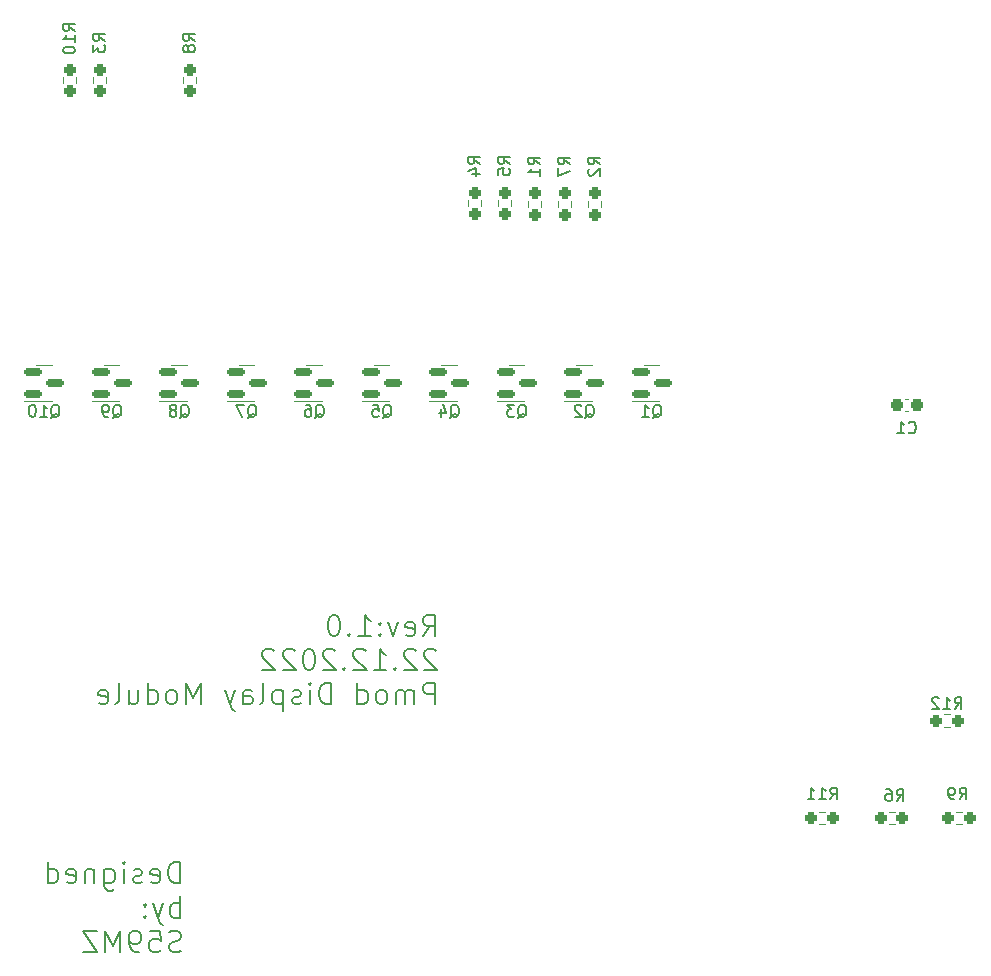
<source format=gbo>
G04 #@! TF.GenerationSoftware,KiCad,Pcbnew,6.0.9-8da3e8f707~116~ubuntu20.04.1*
G04 #@! TF.CreationDate,2022-12-22T22:59:07+01:00*
G04 #@! TF.ProjectId,display_10dig,64697370-6c61-4795-9f31-306469672e6b,rev?*
G04 #@! TF.SameCoordinates,Original*
G04 #@! TF.FileFunction,Legend,Bot*
G04 #@! TF.FilePolarity,Positive*
%FSLAX46Y46*%
G04 Gerber Fmt 4.6, Leading zero omitted, Abs format (unit mm)*
G04 Created by KiCad (PCBNEW 6.0.9-8da3e8f707~116~ubuntu20.04.1) date 2022-12-22 22:59:07*
%MOMM*%
%LPD*%
G01*
G04 APERTURE LIST*
G04 Aperture macros list*
%AMRoundRect*
0 Rectangle with rounded corners*
0 $1 Rounding radius*
0 $2 $3 $4 $5 $6 $7 $8 $9 X,Y pos of 4 corners*
0 Add a 4 corners polygon primitive as box body*
4,1,4,$2,$3,$4,$5,$6,$7,$8,$9,$2,$3,0*
0 Add four circle primitives for the rounded corners*
1,1,$1+$1,$2,$3*
1,1,$1+$1,$4,$5*
1,1,$1+$1,$6,$7*
1,1,$1+$1,$8,$9*
0 Add four rect primitives between the rounded corners*
20,1,$1+$1,$2,$3,$4,$5,0*
20,1,$1+$1,$4,$5,$6,$7,0*
20,1,$1+$1,$6,$7,$8,$9,0*
20,1,$1+$1,$8,$9,$2,$3,0*%
G04 Aperture macros list end*
%ADD10C,0.150000*%
%ADD11C,0.120000*%
%ADD12R,2.000000X2.000000*%
%ADD13C,2.000000*%
%ADD14R,3.200000X2.000000*%
%ADD15R,1.700000X1.700000*%
%ADD16O,1.700000X1.700000*%
%ADD17C,2.700000*%
%ADD18R,1.500000X1.700000*%
%ADD19C,1.700000*%
%ADD20R,2.400000X1.600000*%
%ADD21O,2.400000X1.600000*%
%ADD22C,1.800000*%
%ADD23R,1.800000X1.800000*%
%ADD24C,2.500000*%
%ADD25RoundRect,0.237500X0.300000X0.237500X-0.300000X0.237500X-0.300000X-0.237500X0.300000X-0.237500X0*%
%ADD26RoundRect,0.150000X-0.587500X-0.150000X0.587500X-0.150000X0.587500X0.150000X-0.587500X0.150000X0*%
%ADD27RoundRect,0.237500X0.237500X-0.250000X0.237500X0.250000X-0.237500X0.250000X-0.237500X-0.250000X0*%
%ADD28RoundRect,0.237500X-0.250000X-0.237500X0.250000X-0.237500X0.250000X0.237500X-0.250000X0.237500X0*%
%ADD29RoundRect,0.237500X0.250000X0.237500X-0.250000X0.237500X-0.250000X-0.237500X0.250000X-0.237500X0*%
G04 APERTURE END LIST*
D10*
X107030357Y-102691285D02*
X107630357Y-101834142D01*
X108058928Y-102691285D02*
X108058928Y-100891285D01*
X107373214Y-100891285D01*
X107201785Y-100977000D01*
X107116071Y-101062714D01*
X107030357Y-101234142D01*
X107030357Y-101491285D01*
X107116071Y-101662714D01*
X107201785Y-101748428D01*
X107373214Y-101834142D01*
X108058928Y-101834142D01*
X105573214Y-102605571D02*
X105744642Y-102691285D01*
X106087500Y-102691285D01*
X106258928Y-102605571D01*
X106344642Y-102434142D01*
X106344642Y-101748428D01*
X106258928Y-101577000D01*
X106087500Y-101491285D01*
X105744642Y-101491285D01*
X105573214Y-101577000D01*
X105487500Y-101748428D01*
X105487500Y-101919857D01*
X106344642Y-102091285D01*
X104887500Y-101491285D02*
X104458928Y-102691285D01*
X104030357Y-101491285D01*
X103344642Y-102519857D02*
X103258928Y-102605571D01*
X103344642Y-102691285D01*
X103430357Y-102605571D01*
X103344642Y-102519857D01*
X103344642Y-102691285D01*
X103344642Y-101577000D02*
X103258928Y-101662714D01*
X103344642Y-101748428D01*
X103430357Y-101662714D01*
X103344642Y-101577000D01*
X103344642Y-101748428D01*
X101544642Y-102691285D02*
X102573214Y-102691285D01*
X102058928Y-102691285D02*
X102058928Y-100891285D01*
X102230357Y-101148428D01*
X102401785Y-101319857D01*
X102573214Y-101405571D01*
X100773214Y-102519857D02*
X100687499Y-102605571D01*
X100773214Y-102691285D01*
X100858928Y-102605571D01*
X100773214Y-102519857D01*
X100773214Y-102691285D01*
X99573214Y-100891285D02*
X99401785Y-100891285D01*
X99230357Y-100977000D01*
X99144642Y-101062714D01*
X99058928Y-101234142D01*
X98973214Y-101577000D01*
X98973214Y-102005571D01*
X99058928Y-102348428D01*
X99144642Y-102519857D01*
X99230357Y-102605571D01*
X99401785Y-102691285D01*
X99573214Y-102691285D01*
X99744642Y-102605571D01*
X99830357Y-102519857D01*
X99916071Y-102348428D01*
X100001785Y-102005571D01*
X100001785Y-101577000D01*
X99916071Y-101234142D01*
X99830357Y-101062714D01*
X99744642Y-100977000D01*
X99573214Y-100891285D01*
X108144642Y-103960714D02*
X108058928Y-103875000D01*
X107887500Y-103789285D01*
X107458928Y-103789285D01*
X107287500Y-103875000D01*
X107201785Y-103960714D01*
X107116071Y-104132142D01*
X107116071Y-104303571D01*
X107201785Y-104560714D01*
X108230357Y-105589285D01*
X107116071Y-105589285D01*
X106430357Y-103960714D02*
X106344642Y-103875000D01*
X106173214Y-103789285D01*
X105744642Y-103789285D01*
X105573214Y-103875000D01*
X105487500Y-103960714D01*
X105401785Y-104132142D01*
X105401785Y-104303571D01*
X105487500Y-104560714D01*
X106516071Y-105589285D01*
X105401785Y-105589285D01*
X104630357Y-105417857D02*
X104544642Y-105503571D01*
X104630357Y-105589285D01*
X104716071Y-105503571D01*
X104630357Y-105417857D01*
X104630357Y-105589285D01*
X102830357Y-105589285D02*
X103858928Y-105589285D01*
X103344642Y-105589285D02*
X103344642Y-103789285D01*
X103516071Y-104046428D01*
X103687500Y-104217857D01*
X103858928Y-104303571D01*
X102144642Y-103960714D02*
X102058928Y-103875000D01*
X101887500Y-103789285D01*
X101458928Y-103789285D01*
X101287500Y-103875000D01*
X101201785Y-103960714D01*
X101116071Y-104132142D01*
X101116071Y-104303571D01*
X101201785Y-104560714D01*
X102230357Y-105589285D01*
X101116071Y-105589285D01*
X100344642Y-105417857D02*
X100258928Y-105503571D01*
X100344642Y-105589285D01*
X100430357Y-105503571D01*
X100344642Y-105417857D01*
X100344642Y-105589285D01*
X99573214Y-103960714D02*
X99487500Y-103875000D01*
X99316071Y-103789285D01*
X98887500Y-103789285D01*
X98716071Y-103875000D01*
X98630357Y-103960714D01*
X98544642Y-104132142D01*
X98544642Y-104303571D01*
X98630357Y-104560714D01*
X99658928Y-105589285D01*
X98544642Y-105589285D01*
X97430357Y-103789285D02*
X97258928Y-103789285D01*
X97087500Y-103875000D01*
X97001785Y-103960714D01*
X96916071Y-104132142D01*
X96830357Y-104475000D01*
X96830357Y-104903571D01*
X96916071Y-105246428D01*
X97001785Y-105417857D01*
X97087500Y-105503571D01*
X97258928Y-105589285D01*
X97430357Y-105589285D01*
X97601785Y-105503571D01*
X97687500Y-105417857D01*
X97773214Y-105246428D01*
X97858928Y-104903571D01*
X97858928Y-104475000D01*
X97773214Y-104132142D01*
X97687500Y-103960714D01*
X97601785Y-103875000D01*
X97430357Y-103789285D01*
X96144642Y-103960714D02*
X96058928Y-103875000D01*
X95887500Y-103789285D01*
X95458928Y-103789285D01*
X95287500Y-103875000D01*
X95201785Y-103960714D01*
X95116071Y-104132142D01*
X95116071Y-104303571D01*
X95201785Y-104560714D01*
X96230357Y-105589285D01*
X95116071Y-105589285D01*
X94430357Y-103960714D02*
X94344642Y-103875000D01*
X94173214Y-103789285D01*
X93744642Y-103789285D01*
X93573214Y-103875000D01*
X93487500Y-103960714D01*
X93401785Y-104132142D01*
X93401785Y-104303571D01*
X93487500Y-104560714D01*
X94516071Y-105589285D01*
X93401785Y-105589285D01*
X108058928Y-108487285D02*
X108058928Y-106687285D01*
X107373214Y-106687285D01*
X107201785Y-106773000D01*
X107116071Y-106858714D01*
X107030357Y-107030142D01*
X107030357Y-107287285D01*
X107116071Y-107458714D01*
X107201785Y-107544428D01*
X107373214Y-107630142D01*
X108058928Y-107630142D01*
X106258928Y-108487285D02*
X106258928Y-107287285D01*
X106258928Y-107458714D02*
X106173214Y-107373000D01*
X106001785Y-107287285D01*
X105744642Y-107287285D01*
X105573214Y-107373000D01*
X105487500Y-107544428D01*
X105487500Y-108487285D01*
X105487500Y-107544428D02*
X105401785Y-107373000D01*
X105230357Y-107287285D01*
X104973214Y-107287285D01*
X104801785Y-107373000D01*
X104716071Y-107544428D01*
X104716071Y-108487285D01*
X103601785Y-108487285D02*
X103773214Y-108401571D01*
X103858928Y-108315857D01*
X103944642Y-108144428D01*
X103944642Y-107630142D01*
X103858928Y-107458714D01*
X103773214Y-107373000D01*
X103601785Y-107287285D01*
X103344642Y-107287285D01*
X103173214Y-107373000D01*
X103087500Y-107458714D01*
X103001785Y-107630142D01*
X103001785Y-108144428D01*
X103087500Y-108315857D01*
X103173214Y-108401571D01*
X103344642Y-108487285D01*
X103601785Y-108487285D01*
X101458928Y-108487285D02*
X101458928Y-106687285D01*
X101458928Y-108401571D02*
X101630357Y-108487285D01*
X101973214Y-108487285D01*
X102144642Y-108401571D01*
X102230357Y-108315857D01*
X102316071Y-108144428D01*
X102316071Y-107630142D01*
X102230357Y-107458714D01*
X102144642Y-107373000D01*
X101973214Y-107287285D01*
X101630357Y-107287285D01*
X101458928Y-107373000D01*
X99230357Y-108487285D02*
X99230357Y-106687285D01*
X98801785Y-106687285D01*
X98544642Y-106773000D01*
X98373214Y-106944428D01*
X98287500Y-107115857D01*
X98201785Y-107458714D01*
X98201785Y-107715857D01*
X98287500Y-108058714D01*
X98373214Y-108230142D01*
X98544642Y-108401571D01*
X98801785Y-108487285D01*
X99230357Y-108487285D01*
X97430357Y-108487285D02*
X97430357Y-107287285D01*
X97430357Y-106687285D02*
X97516071Y-106773000D01*
X97430357Y-106858714D01*
X97344642Y-106773000D01*
X97430357Y-106687285D01*
X97430357Y-106858714D01*
X96658928Y-108401571D02*
X96487500Y-108487285D01*
X96144642Y-108487285D01*
X95973214Y-108401571D01*
X95887500Y-108230142D01*
X95887500Y-108144428D01*
X95973214Y-107973000D01*
X96144642Y-107887285D01*
X96401785Y-107887285D01*
X96573214Y-107801571D01*
X96658928Y-107630142D01*
X96658928Y-107544428D01*
X96573214Y-107373000D01*
X96401785Y-107287285D01*
X96144642Y-107287285D01*
X95973214Y-107373000D01*
X95116071Y-107287285D02*
X95116071Y-109087285D01*
X95116071Y-107373000D02*
X94944642Y-107287285D01*
X94601785Y-107287285D01*
X94430357Y-107373000D01*
X94344642Y-107458714D01*
X94258928Y-107630142D01*
X94258928Y-108144428D01*
X94344642Y-108315857D01*
X94430357Y-108401571D01*
X94601785Y-108487285D01*
X94944642Y-108487285D01*
X95116071Y-108401571D01*
X93230357Y-108487285D02*
X93401785Y-108401571D01*
X93487500Y-108230142D01*
X93487500Y-106687285D01*
X91773214Y-108487285D02*
X91773214Y-107544428D01*
X91858928Y-107373000D01*
X92030357Y-107287285D01*
X92373214Y-107287285D01*
X92544642Y-107373000D01*
X91773214Y-108401571D02*
X91944642Y-108487285D01*
X92373214Y-108487285D01*
X92544642Y-108401571D01*
X92630357Y-108230142D01*
X92630357Y-108058714D01*
X92544642Y-107887285D01*
X92373214Y-107801571D01*
X91944642Y-107801571D01*
X91773214Y-107715857D01*
X91087500Y-107287285D02*
X90658928Y-108487285D01*
X90230357Y-107287285D02*
X90658928Y-108487285D01*
X90830357Y-108915857D01*
X90916071Y-109001571D01*
X91087500Y-109087285D01*
X88173214Y-108487285D02*
X88173214Y-106687285D01*
X87573214Y-107973000D01*
X86973214Y-106687285D01*
X86973214Y-108487285D01*
X85858928Y-108487285D02*
X86030357Y-108401571D01*
X86116071Y-108315857D01*
X86201785Y-108144428D01*
X86201785Y-107630142D01*
X86116071Y-107458714D01*
X86030357Y-107373000D01*
X85858928Y-107287285D01*
X85601785Y-107287285D01*
X85430357Y-107373000D01*
X85344642Y-107458714D01*
X85258928Y-107630142D01*
X85258928Y-108144428D01*
X85344642Y-108315857D01*
X85430357Y-108401571D01*
X85601785Y-108487285D01*
X85858928Y-108487285D01*
X83716071Y-108487285D02*
X83716071Y-106687285D01*
X83716071Y-108401571D02*
X83887500Y-108487285D01*
X84230357Y-108487285D01*
X84401785Y-108401571D01*
X84487500Y-108315857D01*
X84573214Y-108144428D01*
X84573214Y-107630142D01*
X84487500Y-107458714D01*
X84401785Y-107373000D01*
X84230357Y-107287285D01*
X83887500Y-107287285D01*
X83716071Y-107373000D01*
X82087500Y-107287285D02*
X82087500Y-108487285D01*
X82858928Y-107287285D02*
X82858928Y-108230142D01*
X82773214Y-108401571D01*
X82601785Y-108487285D01*
X82344642Y-108487285D01*
X82173214Y-108401571D01*
X82087500Y-108315857D01*
X80973214Y-108487285D02*
X81144642Y-108401571D01*
X81230357Y-108230142D01*
X81230357Y-106687285D01*
X79601785Y-108401571D02*
X79773214Y-108487285D01*
X80116071Y-108487285D01*
X80287500Y-108401571D01*
X80373214Y-108230142D01*
X80373214Y-107544428D01*
X80287500Y-107373000D01*
X80116071Y-107287285D01*
X79773214Y-107287285D01*
X79601785Y-107373000D01*
X79516071Y-107544428D01*
X79516071Y-107715857D01*
X80373214Y-107887285D01*
X86468928Y-123646285D02*
X86468928Y-121846285D01*
X86040357Y-121846285D01*
X85783214Y-121932000D01*
X85611785Y-122103428D01*
X85526071Y-122274857D01*
X85440357Y-122617714D01*
X85440357Y-122874857D01*
X85526071Y-123217714D01*
X85611785Y-123389142D01*
X85783214Y-123560571D01*
X86040357Y-123646285D01*
X86468928Y-123646285D01*
X83983214Y-123560571D02*
X84154642Y-123646285D01*
X84497500Y-123646285D01*
X84668928Y-123560571D01*
X84754642Y-123389142D01*
X84754642Y-122703428D01*
X84668928Y-122532000D01*
X84497500Y-122446285D01*
X84154642Y-122446285D01*
X83983214Y-122532000D01*
X83897500Y-122703428D01*
X83897500Y-122874857D01*
X84754642Y-123046285D01*
X83211785Y-123560571D02*
X83040357Y-123646285D01*
X82697500Y-123646285D01*
X82526071Y-123560571D01*
X82440357Y-123389142D01*
X82440357Y-123303428D01*
X82526071Y-123132000D01*
X82697500Y-123046285D01*
X82954642Y-123046285D01*
X83126071Y-122960571D01*
X83211785Y-122789142D01*
X83211785Y-122703428D01*
X83126071Y-122532000D01*
X82954642Y-122446285D01*
X82697500Y-122446285D01*
X82526071Y-122532000D01*
X81668928Y-123646285D02*
X81668928Y-122446285D01*
X81668928Y-121846285D02*
X81754642Y-121932000D01*
X81668928Y-122017714D01*
X81583214Y-121932000D01*
X81668928Y-121846285D01*
X81668928Y-122017714D01*
X80040357Y-122446285D02*
X80040357Y-123903428D01*
X80126071Y-124074857D01*
X80211785Y-124160571D01*
X80383214Y-124246285D01*
X80640357Y-124246285D01*
X80811785Y-124160571D01*
X80040357Y-123560571D02*
X80211785Y-123646285D01*
X80554642Y-123646285D01*
X80726071Y-123560571D01*
X80811785Y-123474857D01*
X80897500Y-123303428D01*
X80897500Y-122789142D01*
X80811785Y-122617714D01*
X80726071Y-122532000D01*
X80554642Y-122446285D01*
X80211785Y-122446285D01*
X80040357Y-122532000D01*
X79183214Y-122446285D02*
X79183214Y-123646285D01*
X79183214Y-122617714D02*
X79097500Y-122532000D01*
X78926071Y-122446285D01*
X78668928Y-122446285D01*
X78497500Y-122532000D01*
X78411785Y-122703428D01*
X78411785Y-123646285D01*
X76868928Y-123560571D02*
X77040357Y-123646285D01*
X77383214Y-123646285D01*
X77554642Y-123560571D01*
X77640357Y-123389142D01*
X77640357Y-122703428D01*
X77554642Y-122532000D01*
X77383214Y-122446285D01*
X77040357Y-122446285D01*
X76868928Y-122532000D01*
X76783214Y-122703428D01*
X76783214Y-122874857D01*
X77640357Y-123046285D01*
X75240357Y-123646285D02*
X75240357Y-121846285D01*
X75240357Y-123560571D02*
X75411785Y-123646285D01*
X75754642Y-123646285D01*
X75926071Y-123560571D01*
X76011785Y-123474857D01*
X76097500Y-123303428D01*
X76097500Y-122789142D01*
X76011785Y-122617714D01*
X75926071Y-122532000D01*
X75754642Y-122446285D01*
X75411785Y-122446285D01*
X75240357Y-122532000D01*
X86468928Y-126544285D02*
X86468928Y-124744285D01*
X86468928Y-125430000D02*
X86297500Y-125344285D01*
X85954642Y-125344285D01*
X85783214Y-125430000D01*
X85697500Y-125515714D01*
X85611785Y-125687142D01*
X85611785Y-126201428D01*
X85697500Y-126372857D01*
X85783214Y-126458571D01*
X85954642Y-126544285D01*
X86297500Y-126544285D01*
X86468928Y-126458571D01*
X85011785Y-125344285D02*
X84583214Y-126544285D01*
X84154642Y-125344285D02*
X84583214Y-126544285D01*
X84754642Y-126972857D01*
X84840357Y-127058571D01*
X85011785Y-127144285D01*
X83468928Y-126372857D02*
X83383214Y-126458571D01*
X83468928Y-126544285D01*
X83554642Y-126458571D01*
X83468928Y-126372857D01*
X83468928Y-126544285D01*
X83468928Y-125430000D02*
X83383214Y-125515714D01*
X83468928Y-125601428D01*
X83554642Y-125515714D01*
X83468928Y-125430000D01*
X83468928Y-125601428D01*
X86554642Y-129356571D02*
X86297500Y-129442285D01*
X85868928Y-129442285D01*
X85697500Y-129356571D01*
X85611785Y-129270857D01*
X85526071Y-129099428D01*
X85526071Y-128928000D01*
X85611785Y-128756571D01*
X85697500Y-128670857D01*
X85868928Y-128585142D01*
X86211785Y-128499428D01*
X86383214Y-128413714D01*
X86468928Y-128328000D01*
X86554642Y-128156571D01*
X86554642Y-127985142D01*
X86468928Y-127813714D01*
X86383214Y-127728000D01*
X86211785Y-127642285D01*
X85783214Y-127642285D01*
X85526071Y-127728000D01*
X83897500Y-127642285D02*
X84754642Y-127642285D01*
X84840357Y-128499428D01*
X84754642Y-128413714D01*
X84583214Y-128328000D01*
X84154642Y-128328000D01*
X83983214Y-128413714D01*
X83897500Y-128499428D01*
X83811785Y-128670857D01*
X83811785Y-129099428D01*
X83897500Y-129270857D01*
X83983214Y-129356571D01*
X84154642Y-129442285D01*
X84583214Y-129442285D01*
X84754642Y-129356571D01*
X84840357Y-129270857D01*
X82954642Y-129442285D02*
X82611785Y-129442285D01*
X82440357Y-129356571D01*
X82354642Y-129270857D01*
X82183214Y-129013714D01*
X82097500Y-128670857D01*
X82097500Y-127985142D01*
X82183214Y-127813714D01*
X82268928Y-127728000D01*
X82440357Y-127642285D01*
X82783214Y-127642285D01*
X82954642Y-127728000D01*
X83040357Y-127813714D01*
X83126071Y-127985142D01*
X83126071Y-128413714D01*
X83040357Y-128585142D01*
X82954642Y-128670857D01*
X82783214Y-128756571D01*
X82440357Y-128756571D01*
X82268928Y-128670857D01*
X82183214Y-128585142D01*
X82097500Y-128413714D01*
X81326071Y-129442285D02*
X81326071Y-127642285D01*
X80726071Y-128928000D01*
X80126071Y-127642285D01*
X80126071Y-129442285D01*
X79440357Y-127642285D02*
X78240357Y-127642285D01*
X79440357Y-129442285D01*
X78240357Y-129442285D01*
X148121666Y-85447142D02*
X148169285Y-85494761D01*
X148312142Y-85542380D01*
X148407380Y-85542380D01*
X148550238Y-85494761D01*
X148645476Y-85399523D01*
X148693095Y-85304285D01*
X148740714Y-85113809D01*
X148740714Y-84970952D01*
X148693095Y-84780476D01*
X148645476Y-84685238D01*
X148550238Y-84590000D01*
X148407380Y-84542380D01*
X148312142Y-84542380D01*
X148169285Y-84590000D01*
X148121666Y-84637619D01*
X147169285Y-85542380D02*
X147740714Y-85542380D01*
X147455000Y-85542380D02*
X147455000Y-84542380D01*
X147550238Y-84685238D01*
X147645476Y-84780476D01*
X147740714Y-84828095D01*
X115030238Y-84227619D02*
X115125476Y-84180000D01*
X115220714Y-84084761D01*
X115363571Y-83941904D01*
X115458809Y-83894285D01*
X115554047Y-83894285D01*
X115506428Y-84132380D02*
X115601666Y-84084761D01*
X115696904Y-83989523D01*
X115744523Y-83799047D01*
X115744523Y-83465714D01*
X115696904Y-83275238D01*
X115601666Y-83180000D01*
X115506428Y-83132380D01*
X115315952Y-83132380D01*
X115220714Y-83180000D01*
X115125476Y-83275238D01*
X115077857Y-83465714D01*
X115077857Y-83799047D01*
X115125476Y-83989523D01*
X115220714Y-84084761D01*
X115315952Y-84132380D01*
X115506428Y-84132380D01*
X114744523Y-83132380D02*
X114125476Y-83132380D01*
X114458809Y-83513333D01*
X114315952Y-83513333D01*
X114220714Y-83560952D01*
X114173095Y-83608571D01*
X114125476Y-83703809D01*
X114125476Y-83941904D01*
X114173095Y-84037142D01*
X114220714Y-84084761D01*
X114315952Y-84132380D01*
X114601666Y-84132380D01*
X114696904Y-84084761D01*
X114744523Y-84037142D01*
X80740238Y-84227619D02*
X80835476Y-84180000D01*
X80930714Y-84084761D01*
X81073571Y-83941904D01*
X81168809Y-83894285D01*
X81264047Y-83894285D01*
X81216428Y-84132380D02*
X81311666Y-84084761D01*
X81406904Y-83989523D01*
X81454523Y-83799047D01*
X81454523Y-83465714D01*
X81406904Y-83275238D01*
X81311666Y-83180000D01*
X81216428Y-83132380D01*
X81025952Y-83132380D01*
X80930714Y-83180000D01*
X80835476Y-83275238D01*
X80787857Y-83465714D01*
X80787857Y-83799047D01*
X80835476Y-83989523D01*
X80930714Y-84084761D01*
X81025952Y-84132380D01*
X81216428Y-84132380D01*
X80311666Y-84132380D02*
X80121190Y-84132380D01*
X80025952Y-84084761D01*
X79978333Y-84037142D01*
X79883095Y-83894285D01*
X79835476Y-83703809D01*
X79835476Y-83322857D01*
X79883095Y-83227619D01*
X79930714Y-83180000D01*
X80025952Y-83132380D01*
X80216428Y-83132380D01*
X80311666Y-83180000D01*
X80359285Y-83227619D01*
X80406904Y-83322857D01*
X80406904Y-83560952D01*
X80359285Y-83656190D01*
X80311666Y-83703809D01*
X80216428Y-83751428D01*
X80025952Y-83751428D01*
X79930714Y-83703809D01*
X79883095Y-83656190D01*
X79835476Y-83560952D01*
X121991380Y-62768833D02*
X121515190Y-62435500D01*
X121991380Y-62197404D02*
X120991380Y-62197404D01*
X120991380Y-62578357D01*
X121039000Y-62673595D01*
X121086619Y-62721214D01*
X121181857Y-62768833D01*
X121324714Y-62768833D01*
X121419952Y-62721214D01*
X121467571Y-62673595D01*
X121515190Y-62578357D01*
X121515190Y-62197404D01*
X121086619Y-63149785D02*
X121039000Y-63197404D01*
X120991380Y-63292642D01*
X120991380Y-63530738D01*
X121039000Y-63625976D01*
X121086619Y-63673595D01*
X121181857Y-63721214D01*
X121277095Y-63721214D01*
X121419952Y-63673595D01*
X121991380Y-63102166D01*
X121991380Y-63721214D01*
X109315238Y-84227619D02*
X109410476Y-84180000D01*
X109505714Y-84084761D01*
X109648571Y-83941904D01*
X109743809Y-83894285D01*
X109839047Y-83894285D01*
X109791428Y-84132380D02*
X109886666Y-84084761D01*
X109981904Y-83989523D01*
X110029523Y-83799047D01*
X110029523Y-83465714D01*
X109981904Y-83275238D01*
X109886666Y-83180000D01*
X109791428Y-83132380D01*
X109600952Y-83132380D01*
X109505714Y-83180000D01*
X109410476Y-83275238D01*
X109362857Y-83465714D01*
X109362857Y-83799047D01*
X109410476Y-83989523D01*
X109505714Y-84084761D01*
X109600952Y-84132380D01*
X109791428Y-84132380D01*
X108505714Y-83465714D02*
X108505714Y-84132380D01*
X108743809Y-83084761D02*
X108981904Y-83799047D01*
X108362857Y-83799047D01*
X77541380Y-51474142D02*
X77065190Y-51140809D01*
X77541380Y-50902714D02*
X76541380Y-50902714D01*
X76541380Y-51283666D01*
X76589000Y-51378904D01*
X76636619Y-51426523D01*
X76731857Y-51474142D01*
X76874714Y-51474142D01*
X76969952Y-51426523D01*
X77017571Y-51378904D01*
X77065190Y-51283666D01*
X77065190Y-50902714D01*
X77541380Y-52426523D02*
X77541380Y-51855095D01*
X77541380Y-52140809D02*
X76541380Y-52140809D01*
X76684238Y-52045571D01*
X76779476Y-51950333D01*
X76827095Y-51855095D01*
X76541380Y-53045571D02*
X76541380Y-53140809D01*
X76589000Y-53236047D01*
X76636619Y-53283666D01*
X76731857Y-53331285D01*
X76922333Y-53378904D01*
X77160428Y-53378904D01*
X77350904Y-53331285D01*
X77446142Y-53283666D01*
X77493761Y-53236047D01*
X77541380Y-53140809D01*
X77541380Y-53045571D01*
X77493761Y-52950333D01*
X77446142Y-52902714D01*
X77350904Y-52855095D01*
X77160428Y-52807476D01*
X76922333Y-52807476D01*
X76731857Y-52855095D01*
X76636619Y-52902714D01*
X76589000Y-52950333D01*
X76541380Y-53045571D01*
X92170238Y-84227619D02*
X92265476Y-84180000D01*
X92360714Y-84084761D01*
X92503571Y-83941904D01*
X92598809Y-83894285D01*
X92694047Y-83894285D01*
X92646428Y-84132380D02*
X92741666Y-84084761D01*
X92836904Y-83989523D01*
X92884523Y-83799047D01*
X92884523Y-83465714D01*
X92836904Y-83275238D01*
X92741666Y-83180000D01*
X92646428Y-83132380D01*
X92455952Y-83132380D01*
X92360714Y-83180000D01*
X92265476Y-83275238D01*
X92217857Y-83465714D01*
X92217857Y-83799047D01*
X92265476Y-83989523D01*
X92360714Y-84084761D01*
X92455952Y-84132380D01*
X92646428Y-84132380D01*
X91884523Y-83132380D02*
X91217857Y-83132380D01*
X91646428Y-84132380D01*
X120745238Y-84227619D02*
X120840476Y-84180000D01*
X120935714Y-84084761D01*
X121078571Y-83941904D01*
X121173809Y-83894285D01*
X121269047Y-83894285D01*
X121221428Y-84132380D02*
X121316666Y-84084761D01*
X121411904Y-83989523D01*
X121459523Y-83799047D01*
X121459523Y-83465714D01*
X121411904Y-83275238D01*
X121316666Y-83180000D01*
X121221428Y-83132380D01*
X121030952Y-83132380D01*
X120935714Y-83180000D01*
X120840476Y-83275238D01*
X120792857Y-83465714D01*
X120792857Y-83799047D01*
X120840476Y-83989523D01*
X120935714Y-84084761D01*
X121030952Y-84132380D01*
X121221428Y-84132380D01*
X120411904Y-83227619D02*
X120364285Y-83180000D01*
X120269047Y-83132380D01*
X120030952Y-83132380D01*
X119935714Y-83180000D01*
X119888095Y-83227619D01*
X119840476Y-83322857D01*
X119840476Y-83418095D01*
X119888095Y-83560952D01*
X120459523Y-84132380D01*
X119840476Y-84132380D01*
X114371380Y-62721833D02*
X113895190Y-62388500D01*
X114371380Y-62150404D02*
X113371380Y-62150404D01*
X113371380Y-62531357D01*
X113419000Y-62626595D01*
X113466619Y-62674214D01*
X113561857Y-62721833D01*
X113704714Y-62721833D01*
X113799952Y-62674214D01*
X113847571Y-62626595D01*
X113895190Y-62531357D01*
X113895190Y-62150404D01*
X113371380Y-63626595D02*
X113371380Y-63150404D01*
X113847571Y-63102785D01*
X113799952Y-63150404D01*
X113752333Y-63245642D01*
X113752333Y-63483738D01*
X113799952Y-63578976D01*
X113847571Y-63626595D01*
X113942809Y-63674214D01*
X114180904Y-63674214D01*
X114276142Y-63626595D01*
X114323761Y-63578976D01*
X114371380Y-63483738D01*
X114371380Y-63245642D01*
X114323761Y-63150404D01*
X114276142Y-63102785D01*
X147106390Y-116657380D02*
X147439724Y-116181190D01*
X147677819Y-116657380D02*
X147677819Y-115657380D01*
X147296866Y-115657380D01*
X147201628Y-115705000D01*
X147154009Y-115752619D01*
X147106390Y-115847857D01*
X147106390Y-115990714D01*
X147154009Y-116085952D01*
X147201628Y-116133571D01*
X147296866Y-116181190D01*
X147677819Y-116181190D01*
X146249247Y-115657380D02*
X146439724Y-115657380D01*
X146534962Y-115705000D01*
X146582581Y-115752619D01*
X146677819Y-115895476D01*
X146725438Y-116085952D01*
X146725438Y-116466904D01*
X146677819Y-116562142D01*
X146630200Y-116609761D01*
X146534962Y-116657380D01*
X146344485Y-116657380D01*
X146249247Y-116609761D01*
X146201628Y-116562142D01*
X146154009Y-116466904D01*
X146154009Y-116228809D01*
X146201628Y-116133571D01*
X146249247Y-116085952D01*
X146344485Y-116038333D01*
X146534962Y-116038333D01*
X146630200Y-116085952D01*
X146677819Y-116133571D01*
X146725438Y-116228809D01*
X80081380Y-52307833D02*
X79605190Y-51974500D01*
X80081380Y-51736404D02*
X79081380Y-51736404D01*
X79081380Y-52117357D01*
X79129000Y-52212595D01*
X79176619Y-52260214D01*
X79271857Y-52307833D01*
X79414714Y-52307833D01*
X79509952Y-52260214D01*
X79557571Y-52212595D01*
X79605190Y-52117357D01*
X79605190Y-51736404D01*
X79081380Y-52641166D02*
X79081380Y-53260214D01*
X79462333Y-52926880D01*
X79462333Y-53069738D01*
X79509952Y-53164976D01*
X79557571Y-53212595D01*
X79652809Y-53260214D01*
X79890904Y-53260214D01*
X79986142Y-53212595D01*
X80033761Y-53164976D01*
X80081380Y-53069738D01*
X80081380Y-52784023D01*
X80033761Y-52688785D01*
X79986142Y-52641166D01*
X116911380Y-62768833D02*
X116435190Y-62435500D01*
X116911380Y-62197404D02*
X115911380Y-62197404D01*
X115911380Y-62578357D01*
X115959000Y-62673595D01*
X116006619Y-62721214D01*
X116101857Y-62768833D01*
X116244714Y-62768833D01*
X116339952Y-62721214D01*
X116387571Y-62673595D01*
X116435190Y-62578357D01*
X116435190Y-62197404D01*
X116911380Y-63721214D02*
X116911380Y-63149785D01*
X116911380Y-63435500D02*
X115911380Y-63435500D01*
X116054238Y-63340261D01*
X116149476Y-63245023D01*
X116197095Y-63149785D01*
X152439666Y-116530380D02*
X152773000Y-116054190D01*
X153011095Y-116530380D02*
X153011095Y-115530380D01*
X152630142Y-115530380D01*
X152534904Y-115578000D01*
X152487285Y-115625619D01*
X152439666Y-115720857D01*
X152439666Y-115863714D01*
X152487285Y-115958952D01*
X152534904Y-116006571D01*
X152630142Y-116054190D01*
X153011095Y-116054190D01*
X151963476Y-116530380D02*
X151773000Y-116530380D01*
X151677761Y-116482761D01*
X151630142Y-116435142D01*
X151534904Y-116292285D01*
X151487285Y-116101809D01*
X151487285Y-115720857D01*
X151534904Y-115625619D01*
X151582523Y-115578000D01*
X151677761Y-115530380D01*
X151868238Y-115530380D01*
X151963476Y-115578000D01*
X152011095Y-115625619D01*
X152058714Y-115720857D01*
X152058714Y-115958952D01*
X152011095Y-116054190D01*
X151963476Y-116101809D01*
X151868238Y-116149428D01*
X151677761Y-116149428D01*
X151582523Y-116101809D01*
X151534904Y-116054190D01*
X151487285Y-115958952D01*
X111831380Y-62721833D02*
X111355190Y-62388500D01*
X111831380Y-62150404D02*
X110831380Y-62150404D01*
X110831380Y-62531357D01*
X110879000Y-62626595D01*
X110926619Y-62674214D01*
X111021857Y-62721833D01*
X111164714Y-62721833D01*
X111259952Y-62674214D01*
X111307571Y-62626595D01*
X111355190Y-62531357D01*
X111355190Y-62150404D01*
X111164714Y-63578976D02*
X111831380Y-63578976D01*
X110783761Y-63340880D02*
X111498047Y-63102785D01*
X111498047Y-63721833D01*
X152026857Y-108877380D02*
X152360190Y-108401190D01*
X152598285Y-108877380D02*
X152598285Y-107877380D01*
X152217333Y-107877380D01*
X152122095Y-107925000D01*
X152074476Y-107972619D01*
X152026857Y-108067857D01*
X152026857Y-108210714D01*
X152074476Y-108305952D01*
X152122095Y-108353571D01*
X152217333Y-108401190D01*
X152598285Y-108401190D01*
X151074476Y-108877380D02*
X151645904Y-108877380D01*
X151360190Y-108877380D02*
X151360190Y-107877380D01*
X151455428Y-108020238D01*
X151550666Y-108115476D01*
X151645904Y-108163095D01*
X150693523Y-107972619D02*
X150645904Y-107925000D01*
X150550666Y-107877380D01*
X150312571Y-107877380D01*
X150217333Y-107925000D01*
X150169714Y-107972619D01*
X150122095Y-108067857D01*
X150122095Y-108163095D01*
X150169714Y-108305952D01*
X150741142Y-108877380D01*
X150122095Y-108877380D01*
X119451380Y-62768833D02*
X118975190Y-62435500D01*
X119451380Y-62197404D02*
X118451380Y-62197404D01*
X118451380Y-62578357D01*
X118499000Y-62673595D01*
X118546619Y-62721214D01*
X118641857Y-62768833D01*
X118784714Y-62768833D01*
X118879952Y-62721214D01*
X118927571Y-62673595D01*
X118975190Y-62578357D01*
X118975190Y-62197404D01*
X118451380Y-63102166D02*
X118451380Y-63768833D01*
X119451380Y-63340261D01*
X87701380Y-52307833D02*
X87225190Y-51974500D01*
X87701380Y-51736404D02*
X86701380Y-51736404D01*
X86701380Y-52117357D01*
X86749000Y-52212595D01*
X86796619Y-52260214D01*
X86891857Y-52307833D01*
X87034714Y-52307833D01*
X87129952Y-52260214D01*
X87177571Y-52212595D01*
X87225190Y-52117357D01*
X87225190Y-51736404D01*
X87129952Y-52879261D02*
X87082333Y-52784023D01*
X87034714Y-52736404D01*
X86939476Y-52688785D01*
X86891857Y-52688785D01*
X86796619Y-52736404D01*
X86749000Y-52784023D01*
X86701380Y-52879261D01*
X86701380Y-53069738D01*
X86749000Y-53164976D01*
X86796619Y-53212595D01*
X86891857Y-53260214D01*
X86939476Y-53260214D01*
X87034714Y-53212595D01*
X87082333Y-53164976D01*
X87129952Y-53069738D01*
X87129952Y-52879261D01*
X87177571Y-52784023D01*
X87225190Y-52736404D01*
X87320428Y-52688785D01*
X87510904Y-52688785D01*
X87606142Y-52736404D01*
X87653761Y-52784023D01*
X87701380Y-52879261D01*
X87701380Y-53069738D01*
X87653761Y-53164976D01*
X87606142Y-53212595D01*
X87510904Y-53260214D01*
X87320428Y-53260214D01*
X87225190Y-53212595D01*
X87177571Y-53164976D01*
X87129952Y-53069738D01*
X141485857Y-116530380D02*
X141819190Y-116054190D01*
X142057285Y-116530380D02*
X142057285Y-115530380D01*
X141676333Y-115530380D01*
X141581095Y-115578000D01*
X141533476Y-115625619D01*
X141485857Y-115720857D01*
X141485857Y-115863714D01*
X141533476Y-115958952D01*
X141581095Y-116006571D01*
X141676333Y-116054190D01*
X142057285Y-116054190D01*
X140533476Y-116530380D02*
X141104904Y-116530380D01*
X140819190Y-116530380D02*
X140819190Y-115530380D01*
X140914428Y-115673238D01*
X141009666Y-115768476D01*
X141104904Y-115816095D01*
X139581095Y-116530380D02*
X140152523Y-116530380D01*
X139866809Y-116530380D02*
X139866809Y-115530380D01*
X139962047Y-115673238D01*
X140057285Y-115768476D01*
X140152523Y-115816095D01*
X97885238Y-84227619D02*
X97980476Y-84180000D01*
X98075714Y-84084761D01*
X98218571Y-83941904D01*
X98313809Y-83894285D01*
X98409047Y-83894285D01*
X98361428Y-84132380D02*
X98456666Y-84084761D01*
X98551904Y-83989523D01*
X98599523Y-83799047D01*
X98599523Y-83465714D01*
X98551904Y-83275238D01*
X98456666Y-83180000D01*
X98361428Y-83132380D01*
X98170952Y-83132380D01*
X98075714Y-83180000D01*
X97980476Y-83275238D01*
X97932857Y-83465714D01*
X97932857Y-83799047D01*
X97980476Y-83989523D01*
X98075714Y-84084761D01*
X98170952Y-84132380D01*
X98361428Y-84132380D01*
X97075714Y-83132380D02*
X97266190Y-83132380D01*
X97361428Y-83180000D01*
X97409047Y-83227619D01*
X97504285Y-83370476D01*
X97551904Y-83560952D01*
X97551904Y-83941904D01*
X97504285Y-84037142D01*
X97456666Y-84084761D01*
X97361428Y-84132380D01*
X97170952Y-84132380D01*
X97075714Y-84084761D01*
X97028095Y-84037142D01*
X96980476Y-83941904D01*
X96980476Y-83703809D01*
X97028095Y-83608571D01*
X97075714Y-83560952D01*
X97170952Y-83513333D01*
X97361428Y-83513333D01*
X97456666Y-83560952D01*
X97504285Y-83608571D01*
X97551904Y-83703809D01*
X75501428Y-84227619D02*
X75596666Y-84180000D01*
X75691904Y-84084761D01*
X75834761Y-83941904D01*
X75930000Y-83894285D01*
X76025238Y-83894285D01*
X75977619Y-84132380D02*
X76072857Y-84084761D01*
X76168095Y-83989523D01*
X76215714Y-83799047D01*
X76215714Y-83465714D01*
X76168095Y-83275238D01*
X76072857Y-83180000D01*
X75977619Y-83132380D01*
X75787142Y-83132380D01*
X75691904Y-83180000D01*
X75596666Y-83275238D01*
X75549047Y-83465714D01*
X75549047Y-83799047D01*
X75596666Y-83989523D01*
X75691904Y-84084761D01*
X75787142Y-84132380D01*
X75977619Y-84132380D01*
X74596666Y-84132380D02*
X75168095Y-84132380D01*
X74882380Y-84132380D02*
X74882380Y-83132380D01*
X74977619Y-83275238D01*
X75072857Y-83370476D01*
X75168095Y-83418095D01*
X73977619Y-83132380D02*
X73882380Y-83132380D01*
X73787142Y-83180000D01*
X73739523Y-83227619D01*
X73691904Y-83322857D01*
X73644285Y-83513333D01*
X73644285Y-83751428D01*
X73691904Y-83941904D01*
X73739523Y-84037142D01*
X73787142Y-84084761D01*
X73882380Y-84132380D01*
X73977619Y-84132380D01*
X74072857Y-84084761D01*
X74120476Y-84037142D01*
X74168095Y-83941904D01*
X74215714Y-83751428D01*
X74215714Y-83513333D01*
X74168095Y-83322857D01*
X74120476Y-83227619D01*
X74072857Y-83180000D01*
X73977619Y-83132380D01*
X86455238Y-84227619D02*
X86550476Y-84180000D01*
X86645714Y-84084761D01*
X86788571Y-83941904D01*
X86883809Y-83894285D01*
X86979047Y-83894285D01*
X86931428Y-84132380D02*
X87026666Y-84084761D01*
X87121904Y-83989523D01*
X87169523Y-83799047D01*
X87169523Y-83465714D01*
X87121904Y-83275238D01*
X87026666Y-83180000D01*
X86931428Y-83132380D01*
X86740952Y-83132380D01*
X86645714Y-83180000D01*
X86550476Y-83275238D01*
X86502857Y-83465714D01*
X86502857Y-83799047D01*
X86550476Y-83989523D01*
X86645714Y-84084761D01*
X86740952Y-84132380D01*
X86931428Y-84132380D01*
X85931428Y-83560952D02*
X86026666Y-83513333D01*
X86074285Y-83465714D01*
X86121904Y-83370476D01*
X86121904Y-83322857D01*
X86074285Y-83227619D01*
X86026666Y-83180000D01*
X85931428Y-83132380D01*
X85740952Y-83132380D01*
X85645714Y-83180000D01*
X85598095Y-83227619D01*
X85550476Y-83322857D01*
X85550476Y-83370476D01*
X85598095Y-83465714D01*
X85645714Y-83513333D01*
X85740952Y-83560952D01*
X85931428Y-83560952D01*
X86026666Y-83608571D01*
X86074285Y-83656190D01*
X86121904Y-83751428D01*
X86121904Y-83941904D01*
X86074285Y-84037142D01*
X86026666Y-84084761D01*
X85931428Y-84132380D01*
X85740952Y-84132380D01*
X85645714Y-84084761D01*
X85598095Y-84037142D01*
X85550476Y-83941904D01*
X85550476Y-83751428D01*
X85598095Y-83656190D01*
X85645714Y-83608571D01*
X85740952Y-83560952D01*
X103600238Y-84227619D02*
X103695476Y-84180000D01*
X103790714Y-84084761D01*
X103933571Y-83941904D01*
X104028809Y-83894285D01*
X104124047Y-83894285D01*
X104076428Y-84132380D02*
X104171666Y-84084761D01*
X104266904Y-83989523D01*
X104314523Y-83799047D01*
X104314523Y-83465714D01*
X104266904Y-83275238D01*
X104171666Y-83180000D01*
X104076428Y-83132380D01*
X103885952Y-83132380D01*
X103790714Y-83180000D01*
X103695476Y-83275238D01*
X103647857Y-83465714D01*
X103647857Y-83799047D01*
X103695476Y-83989523D01*
X103790714Y-84084761D01*
X103885952Y-84132380D01*
X104076428Y-84132380D01*
X102743095Y-83132380D02*
X103219285Y-83132380D01*
X103266904Y-83608571D01*
X103219285Y-83560952D01*
X103124047Y-83513333D01*
X102885952Y-83513333D01*
X102790714Y-83560952D01*
X102743095Y-83608571D01*
X102695476Y-83703809D01*
X102695476Y-83941904D01*
X102743095Y-84037142D01*
X102790714Y-84084761D01*
X102885952Y-84132380D01*
X103124047Y-84132380D01*
X103219285Y-84084761D01*
X103266904Y-84037142D01*
X126460238Y-84227619D02*
X126555476Y-84180000D01*
X126650714Y-84084761D01*
X126793571Y-83941904D01*
X126888809Y-83894285D01*
X126984047Y-83894285D01*
X126936428Y-84132380D02*
X127031666Y-84084761D01*
X127126904Y-83989523D01*
X127174523Y-83799047D01*
X127174523Y-83465714D01*
X127126904Y-83275238D01*
X127031666Y-83180000D01*
X126936428Y-83132380D01*
X126745952Y-83132380D01*
X126650714Y-83180000D01*
X126555476Y-83275238D01*
X126507857Y-83465714D01*
X126507857Y-83799047D01*
X126555476Y-83989523D01*
X126650714Y-84084761D01*
X126745952Y-84132380D01*
X126936428Y-84132380D01*
X125555476Y-84132380D02*
X126126904Y-84132380D01*
X125841190Y-84132380D02*
X125841190Y-83132380D01*
X125936428Y-83275238D01*
X126031666Y-83370476D01*
X126126904Y-83418095D01*
D11*
X148116267Y-82660000D02*
X147823733Y-82660000D01*
X148116267Y-83680000D02*
X147823733Y-83680000D01*
X114935000Y-82840000D02*
X113260000Y-82840000D01*
X114935000Y-82840000D02*
X115585000Y-82840000D01*
X114935000Y-79720000D02*
X115585000Y-79720000D01*
X114935000Y-79720000D02*
X114285000Y-79720000D01*
X80645000Y-79720000D02*
X79995000Y-79720000D01*
X80645000Y-82840000D02*
X78970000Y-82840000D01*
X80645000Y-79720000D02*
X81295000Y-79720000D01*
X80645000Y-82840000D02*
X81295000Y-82840000D01*
X122061500Y-66365224D02*
X122061500Y-65855776D01*
X121016500Y-66365224D02*
X121016500Y-65855776D01*
X109220000Y-79720000D02*
X109870000Y-79720000D01*
X109220000Y-79720000D02*
X108570000Y-79720000D01*
X109220000Y-82840000D02*
X107545000Y-82840000D01*
X109220000Y-82840000D02*
X109870000Y-82840000D01*
X76566500Y-55904224D02*
X76566500Y-55394776D01*
X77611500Y-55904224D02*
X77611500Y-55394776D01*
X92075000Y-82840000D02*
X92725000Y-82840000D01*
X92075000Y-79720000D02*
X91425000Y-79720000D01*
X92075000Y-79720000D02*
X92725000Y-79720000D01*
X92075000Y-82840000D02*
X90400000Y-82840000D01*
X120650000Y-82840000D02*
X121300000Y-82840000D01*
X120650000Y-79720000D02*
X120000000Y-79720000D01*
X120650000Y-82840000D02*
X118975000Y-82840000D01*
X120650000Y-79720000D02*
X121300000Y-79720000D01*
X114441500Y-66318224D02*
X114441500Y-65808776D01*
X113396500Y-66318224D02*
X113396500Y-65808776D01*
X146430276Y-117587500D02*
X146939724Y-117587500D01*
X146430276Y-118632500D02*
X146939724Y-118632500D01*
X80151500Y-55904224D02*
X80151500Y-55394776D01*
X79106500Y-55904224D02*
X79106500Y-55394776D01*
X115936500Y-66365224D02*
X115936500Y-65855776D01*
X116981500Y-66365224D02*
X116981500Y-65855776D01*
X152145276Y-117587500D02*
X152654724Y-117587500D01*
X152145276Y-118632500D02*
X152654724Y-118632500D01*
X110856500Y-66318224D02*
X110856500Y-65808776D01*
X111901500Y-66318224D02*
X111901500Y-65808776D01*
X151638724Y-109332500D02*
X151129276Y-109332500D01*
X151638724Y-110377500D02*
X151129276Y-110377500D01*
X118476500Y-66365224D02*
X118476500Y-65855776D01*
X119521500Y-66365224D02*
X119521500Y-65855776D01*
X86726500Y-55904224D02*
X86726500Y-55394776D01*
X87771500Y-55904224D02*
X87771500Y-55394776D01*
X141050724Y-118632500D02*
X140541276Y-118632500D01*
X141050724Y-117587500D02*
X140541276Y-117587500D01*
X97790000Y-79720000D02*
X98440000Y-79720000D01*
X97790000Y-79720000D02*
X97140000Y-79720000D01*
X97790000Y-82840000D02*
X98440000Y-82840000D01*
X97790000Y-82840000D02*
X96115000Y-82840000D01*
X74930000Y-82840000D02*
X73255000Y-82840000D01*
X74930000Y-79720000D02*
X74280000Y-79720000D01*
X74930000Y-82840000D02*
X75580000Y-82840000D01*
X74930000Y-79720000D02*
X75580000Y-79720000D01*
X86360000Y-82840000D02*
X84685000Y-82840000D01*
X86360000Y-79720000D02*
X87010000Y-79720000D01*
X86360000Y-79720000D02*
X85710000Y-79720000D01*
X86360000Y-82840000D02*
X87010000Y-82840000D01*
X103505000Y-82840000D02*
X101830000Y-82840000D01*
X103505000Y-79720000D02*
X104155000Y-79720000D01*
X103505000Y-79720000D02*
X102855000Y-79720000D01*
X103505000Y-82840000D02*
X104155000Y-82840000D01*
X126365000Y-79720000D02*
X127015000Y-79720000D01*
X126365000Y-82840000D02*
X124690000Y-82840000D01*
X126365000Y-82840000D02*
X127015000Y-82840000D01*
X126365000Y-79720000D02*
X125715000Y-79720000D01*
%LPC*%
D12*
X153935000Y-129500000D03*
D13*
X153935000Y-124500000D03*
X153935000Y-127000000D03*
D14*
X146435000Y-121400000D03*
X146435000Y-132600000D03*
D13*
X139435000Y-124500000D03*
X139435000Y-129500000D03*
D15*
X111760000Y-50800000D03*
D16*
X111760000Y-48260000D03*
X114300000Y-50800000D03*
X114300000Y-48260000D03*
X116840000Y-50800000D03*
X116840000Y-48260000D03*
X119380000Y-50800000D03*
X119380000Y-48260000D03*
X121920000Y-50800000D03*
X121920000Y-48260000D03*
X124460000Y-50800000D03*
X124460000Y-48260000D03*
X127000000Y-50800000D03*
X127000000Y-48260000D03*
X129540000Y-50800000D03*
X129540000Y-48260000D03*
X132080000Y-50800000D03*
X132080000Y-48260000D03*
D17*
X64770000Y-140970000D03*
X156210000Y-140970000D03*
D18*
X111379000Y-69384000D03*
D19*
X113919000Y-69384000D03*
X116459000Y-69384000D03*
X118999000Y-69384000D03*
X121539000Y-69384000D03*
X124079000Y-69384000D03*
X126619000Y-69384000D03*
X126619000Y-59224000D03*
X124079000Y-59224000D03*
X121539000Y-59224000D03*
X118999000Y-59224000D03*
X116459000Y-59224000D03*
X113919000Y-59224000D03*
X111379000Y-59224000D03*
D17*
X64770000Y-49530000D03*
D15*
X144780000Y-69850000D03*
D16*
X144780000Y-67310000D03*
X147320000Y-69850000D03*
X147320000Y-67310000D03*
X149860000Y-69850000D03*
X149860000Y-67310000D03*
D15*
X142240000Y-50800000D03*
D16*
X142240000Y-48260000D03*
X144780000Y-50800000D03*
X144780000Y-48260000D03*
X147320000Y-50800000D03*
X147320000Y-48260000D03*
X149860000Y-50800000D03*
X149860000Y-48260000D03*
X152400000Y-50800000D03*
X152400000Y-48260000D03*
X154940000Y-50800000D03*
X154940000Y-48260000D03*
D20*
X143510000Y-83185000D03*
D21*
X143510000Y-85725000D03*
X143510000Y-88265000D03*
X143510000Y-90805000D03*
X143510000Y-93345000D03*
X143510000Y-95885000D03*
X143510000Y-98425000D03*
X143510000Y-100965000D03*
X151130000Y-100965000D03*
X151130000Y-98425000D03*
X151130000Y-95885000D03*
X151130000Y-93345000D03*
X151130000Y-90805000D03*
X151130000Y-88265000D03*
X151130000Y-85725000D03*
X151130000Y-83185000D03*
D22*
X146685000Y-109860000D03*
D23*
X146685000Y-112400000D03*
D18*
X74549000Y-69384000D03*
D19*
X77089000Y-69384000D03*
X79629000Y-69384000D03*
X82169000Y-69384000D03*
X84709000Y-69384000D03*
X87249000Y-69384000D03*
X89789000Y-69384000D03*
X89789000Y-59224000D03*
X87249000Y-59224000D03*
X84709000Y-59224000D03*
X82169000Y-59224000D03*
X79629000Y-59224000D03*
X77089000Y-59224000D03*
X74549000Y-59224000D03*
D24*
X70584000Y-75664000D03*
X130584000Y-134264000D03*
X130584000Y-75664000D03*
X70584000Y-134264000D03*
D15*
X88584000Y-139164000D03*
D19*
X91124000Y-139164000D03*
X93664000Y-139164000D03*
X96204000Y-139164000D03*
X98744000Y-139164000D03*
X101284000Y-139164000D03*
X103824000Y-139164000D03*
X106364000Y-139164000D03*
X108904000Y-139164000D03*
X111444000Y-139164000D03*
D25*
X148832500Y-83170000D03*
X147107500Y-83170000D03*
D26*
X113997500Y-82230000D03*
X113997500Y-80330000D03*
X115872500Y-81280000D03*
X79707500Y-82230000D03*
X79707500Y-80330000D03*
X81582500Y-81280000D03*
D27*
X121539000Y-67023000D03*
X121539000Y-65198000D03*
D26*
X108282500Y-82230000D03*
X108282500Y-80330000D03*
X110157500Y-81280000D03*
D27*
X77089000Y-56562000D03*
X77089000Y-54737000D03*
D26*
X91137500Y-82230000D03*
X91137500Y-80330000D03*
X93012500Y-81280000D03*
X119712500Y-82230000D03*
X119712500Y-80330000D03*
X121587500Y-81280000D03*
D27*
X113919000Y-66976000D03*
X113919000Y-65151000D03*
D28*
X145772500Y-118110000D03*
X147597500Y-118110000D03*
D27*
X79629000Y-56562000D03*
X79629000Y-54737000D03*
X116459000Y-67023000D03*
X116459000Y-65198000D03*
D28*
X151487500Y-118110000D03*
X153312500Y-118110000D03*
D27*
X111379000Y-66976000D03*
X111379000Y-65151000D03*
D29*
X152296500Y-109855000D03*
X150471500Y-109855000D03*
D27*
X118999000Y-67023000D03*
X118999000Y-65198000D03*
X87249000Y-56562000D03*
X87249000Y-54737000D03*
D29*
X141708500Y-118110000D03*
X139883500Y-118110000D03*
D26*
X96852500Y-82230000D03*
X96852500Y-80330000D03*
X98727500Y-81280000D03*
X73992500Y-82230000D03*
X73992500Y-80330000D03*
X75867500Y-81280000D03*
X85422500Y-82230000D03*
X85422500Y-80330000D03*
X87297500Y-81280000D03*
X102567500Y-82230000D03*
X102567500Y-80330000D03*
X104442500Y-81280000D03*
X125427500Y-82230000D03*
X125427500Y-80330000D03*
X127302500Y-81280000D03*
M02*

</source>
